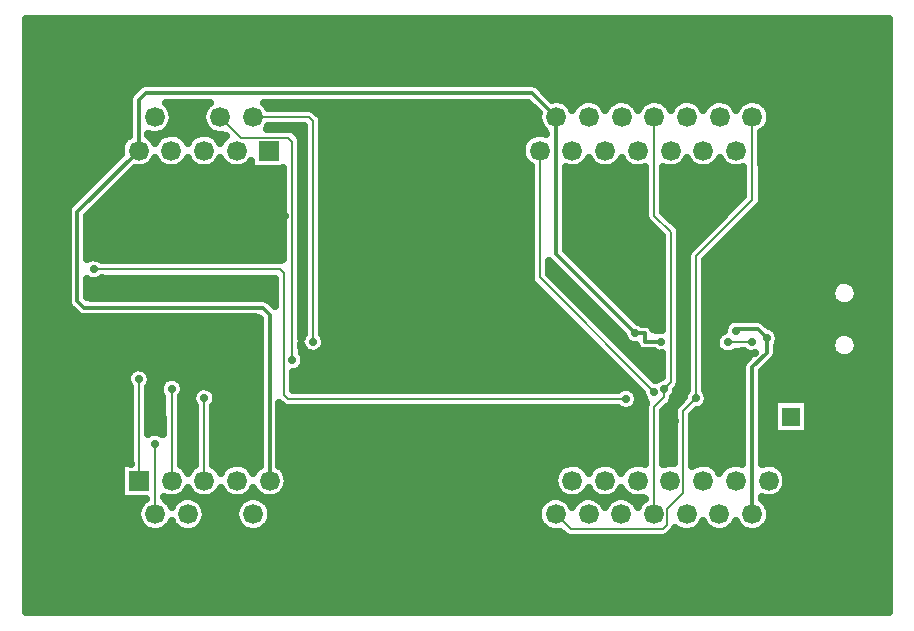
<source format=gbr>
G04 DipTrace 2.4.0.2*
%INBottom.gbr*%
%MOIN*%
%ADD13C,0.0118*%
%ADD14C,0.0079*%
%ADD15C,0.025*%
%ADD18R,0.063X0.063*%
%ADD19C,0.063*%
%ADD24R,0.0665X0.0665*%
%ADD26C,0.0665*%
%ADD27C,0.1874*%
%ADD28C,0.189*%
%ADD34C,0.0276*%
%FSLAX44Y44*%
G04*
G70*
G90*
G75*
G01*
%LNBottom*%
%LPD*%
X24302Y11411D2*
D14*
X13051D1*
X12913Y11549D1*
Y15590D1*
X12776Y15727D1*
X6574D1*
X28526Y20805D2*
Y18044D1*
X26645Y16163D1*
Y11431D1*
X26221Y11008D1*
Y8273D1*
X25676Y7727D1*
Y7217D1*
X25538Y7079D1*
X22464D1*
X21973Y7569D1*
X25245D2*
Y11125D1*
X25582Y11462D1*
Y11746D1*
X25818Y11982D1*
Y16959D1*
X25254Y17523D1*
Y20805D1*
X25247Y11648D2*
X21437Y15458D1*
Y19687D1*
X13189Y12691D2*
Y19980D1*
X13051Y20118D1*
X11475D1*
X10788Y20805D1*
X13882Y13321D2*
Y20667D1*
X13744Y20805D1*
X11879D1*
X8075Y8687D2*
Y12061D1*
X9165Y8687D2*
Y11746D1*
X10256Y8687D2*
Y11431D1*
X8620Y7569D2*
Y9915D1*
X28516Y13293D2*
X27706D1*
X25470Y13321D2*
D13*
X24932D1*
Y13596D1*
X24617D1*
X8062Y19687D2*
X6023Y17648D1*
Y14686D1*
X6259Y14449D1*
X12201D1*
X12437Y14213D1*
Y8687D1*
X21982Y20805D2*
X21183Y21604D1*
X8298D1*
X8062Y21368D1*
Y19687D1*
X24617Y13596D2*
X21982Y16231D1*
Y20805D1*
X29011Y13435D2*
Y12954D1*
X28517Y12460D1*
Y7569D1*
X27984Y13687D2*
X28047Y13750D1*
X28696D1*
X29011Y13435D1*
D34*
X10872Y14938D3*
X8997D3*
Y18126D3*
Y16126D3*
X12562Y14937D3*
X12123Y16126D3*
X10497Y18876D3*
X12873Y16439D3*
X12935Y17501D3*
X11623Y18876D3*
X12748D3*
X13560Y18064D3*
X16623Y15001D3*
X15935Y14563D3*
X15248Y14126D3*
X13560Y16939D3*
X21749Y12376D3*
X17873D3*
X13623D3*
X11935D3*
X8560D3*
X8622Y11438D3*
Y10438D3*
X9685Y11313D3*
Y10438D3*
X10685Y10750D3*
X11998D3*
X12935Y10625D3*
X17998D3*
X22936D3*
X6434Y16876D3*
X8997Y13438D3*
X11998D3*
X13498D3*
Y14813D3*
X24936Y14626D3*
X26187Y14938D3*
Y14063D3*
X26937Y12438D3*
X28624Y12938D3*
X27749Y10625D3*
X25937Y10688D3*
X22374Y18001D3*
X24874D3*
X24374Y15563D3*
X13560Y15813D3*
X4309Y24064D3*
X33062D3*
Y4312D3*
X4309D3*
X7810Y9250D3*
X25624Y18001D3*
X27999D3*
X25749Y9625D3*
X7872Y7375D3*
X6997Y8500D3*
X23561Y11751D3*
X24061Y13501D3*
X25499Y12501D3*
X6574Y15727D3*
X24302Y11411D3*
X26645Y11431D3*
X25582Y11746D3*
X25247Y11648D3*
X13189Y12691D3*
X13882Y13321D3*
X8075Y12061D3*
X9165Y11746D3*
X10256Y11431D3*
X8620Y9915D3*
X27706Y13293D3*
X28516D3*
X27984Y13687D3*
X29011Y13435D3*
X25470Y13321D3*
X24617Y13596D3*
X4337Y23813D2*
D15*
X33039D1*
X4337Y23565D2*
X33039D1*
X4337Y23316D2*
X33039D1*
X4337Y23067D2*
X33039D1*
X4337Y22819D2*
X33039D1*
X4337Y22570D2*
X33039D1*
X4337Y22321D2*
X33039D1*
X4337Y22073D2*
X33039D1*
X4337Y21824D2*
X8035D1*
X21448D2*
X33039D1*
X4337Y21575D2*
X7789D1*
X21694D2*
X33039D1*
X4337Y21326D2*
X7715D1*
X22300D2*
X22758D1*
X23390D2*
X23848D1*
X24480D2*
X24937D1*
X25569D2*
X26027D1*
X26663D2*
X27117D1*
X27753D2*
X28207D1*
X28843D2*
X33039D1*
X4337Y21078D2*
X7715D1*
X9163D2*
X10230D1*
X13905D2*
X21226D1*
X29081D2*
X33039D1*
X4337Y20829D2*
X7715D1*
X9230D2*
X10168D1*
X14163D2*
X21359D1*
X29148D2*
X33039D1*
X4337Y20580D2*
X7715D1*
X9187D2*
X10211D1*
X14210D2*
X21402D1*
X29105D2*
X33039D1*
X4337Y20332D2*
X7715D1*
X8995D2*
X10398D1*
X13292D2*
X13551D1*
X14210D2*
X21594D1*
X28913D2*
X33039D1*
X4337Y20083D2*
X7590D1*
X8534D2*
X8680D1*
X9624D2*
X9770D1*
X10714D2*
X10862D1*
X14210D2*
X20965D1*
X28855D2*
X33039D1*
X4337Y19834D2*
X7457D1*
X14210D2*
X20832D1*
X28855D2*
X33039D1*
X4337Y19586D2*
X7449D1*
X14210D2*
X20824D1*
X28855D2*
X33039D1*
X4337Y19337D2*
X7230D1*
X14210D2*
X20930D1*
X28855D2*
X33039D1*
X4337Y19088D2*
X6980D1*
X7944D2*
X12859D1*
X14210D2*
X21109D1*
X22331D2*
X24926D1*
X25581D2*
X28195D1*
X28855D2*
X33039D1*
X4337Y18840D2*
X6730D1*
X7698D2*
X12859D1*
X14210D2*
X21109D1*
X22331D2*
X24926D1*
X25581D2*
X28195D1*
X28855D2*
X33039D1*
X4337Y18591D2*
X6484D1*
X7448D2*
X12859D1*
X14210D2*
X21109D1*
X22331D2*
X24926D1*
X25581D2*
X28195D1*
X28855D2*
X33039D1*
X4337Y18342D2*
X6234D1*
X7198D2*
X12859D1*
X14210D2*
X21109D1*
X22331D2*
X24926D1*
X25581D2*
X28195D1*
X28855D2*
X33039D1*
X4337Y18094D2*
X5984D1*
X6952D2*
X12859D1*
X14210D2*
X21109D1*
X22331D2*
X24926D1*
X25581D2*
X28121D1*
X28855D2*
X33039D1*
X4337Y17845D2*
X5742D1*
X6702D2*
X12859D1*
X14210D2*
X21109D1*
X22331D2*
X24926D1*
X25581D2*
X27871D1*
X28780D2*
X33039D1*
X4337Y17596D2*
X5676D1*
X6452D2*
X12859D1*
X14210D2*
X21109D1*
X22331D2*
X24926D1*
X25636D2*
X27621D1*
X28534D2*
X33039D1*
X4337Y17347D2*
X5676D1*
X6370D2*
X12859D1*
X14210D2*
X21109D1*
X22331D2*
X24980D1*
X25886D2*
X27375D1*
X28284D2*
X33039D1*
X4337Y17099D2*
X5676D1*
X6370D2*
X12859D1*
X14210D2*
X21109D1*
X22331D2*
X25223D1*
X26112D2*
X27125D1*
X28034D2*
X33039D1*
X4337Y16850D2*
X5676D1*
X6370D2*
X12859D1*
X14210D2*
X21109D1*
X22331D2*
X25473D1*
X26148D2*
X26875D1*
X27788D2*
X33039D1*
X4337Y16601D2*
X5676D1*
X6370D2*
X12859D1*
X14210D2*
X21109D1*
X22331D2*
X25488D1*
X26148D2*
X26629D1*
X27538D2*
X33039D1*
X4337Y16353D2*
X5676D1*
X6370D2*
X12859D1*
X14210D2*
X21109D1*
X22343D2*
X25488D1*
X26148D2*
X26383D1*
X27288D2*
X33039D1*
X4337Y16104D2*
X5676D1*
X6741D2*
X12859D1*
X14210D2*
X21109D1*
X22593D2*
X25488D1*
X26148D2*
X26316D1*
X27042D2*
X33039D1*
X4337Y15855D2*
X5676D1*
X14210D2*
X21109D1*
X22843D2*
X25488D1*
X26148D2*
X26316D1*
X26976D2*
X33039D1*
X4337Y15607D2*
X5676D1*
X14210D2*
X21109D1*
X21765D2*
X22125D1*
X23089D2*
X25488D1*
X26148D2*
X26316D1*
X26976D2*
X33039D1*
X4337Y15358D2*
X5676D1*
X6757D2*
X12586D1*
X14210D2*
X21125D1*
X21991D2*
X22371D1*
X23339D2*
X25488D1*
X26148D2*
X26316D1*
X26976D2*
X31453D1*
X31733D2*
X33039D1*
X4337Y15109D2*
X5676D1*
X6370D2*
X12586D1*
X14210D2*
X21332D1*
X22241D2*
X22621D1*
X23589D2*
X25488D1*
X26148D2*
X26316D1*
X26976D2*
X31164D1*
X32023D2*
X33039D1*
X4337Y14861D2*
X5676D1*
X6370D2*
X12586D1*
X14210D2*
X21578D1*
X22491D2*
X22871D1*
X23835D2*
X25488D1*
X26148D2*
X26316D1*
X26976D2*
X31133D1*
X32054D2*
X33039D1*
X4337Y14612D2*
X5683D1*
X14210D2*
X21828D1*
X22737D2*
X23117D1*
X24085D2*
X25488D1*
X26148D2*
X26316D1*
X26976D2*
X31262D1*
X31925D2*
X33039D1*
X4337Y14363D2*
X5863D1*
X14210D2*
X22078D1*
X22987D2*
X23367D1*
X24335D2*
X25488D1*
X26148D2*
X26316D1*
X26976D2*
X33039D1*
X4337Y14115D2*
X12051D1*
X14210D2*
X22324D1*
X23237D2*
X23617D1*
X24581D2*
X25488D1*
X26148D2*
X26316D1*
X26976D2*
X33039D1*
X4337Y13866D2*
X12090D1*
X14210D2*
X22574D1*
X23483D2*
X23863D1*
X25136D2*
X25488D1*
X26148D2*
X26316D1*
X26976D2*
X27598D1*
X29062D2*
X33039D1*
X4337Y13617D2*
X12090D1*
X14210D2*
X22824D1*
X23733D2*
X24113D1*
X26148D2*
X26316D1*
X26976D2*
X27441D1*
X29394D2*
X31426D1*
X31761D2*
X33039D1*
X4337Y13368D2*
X12090D1*
X14308D2*
X23070D1*
X23983D2*
X24262D1*
X26148D2*
X26316D1*
X26976D2*
X27285D1*
X29433D2*
X31160D1*
X32026D2*
X33039D1*
X4337Y13120D2*
X12090D1*
X14257D2*
X23320D1*
X24230D2*
X24652D1*
X26148D2*
X26316D1*
X26976D2*
X27316D1*
X29358D2*
X31133D1*
X32054D2*
X33039D1*
X4337Y12871D2*
X12090D1*
X13573D2*
X23570D1*
X24480D2*
X25488D1*
X26148D2*
X26316D1*
X26976D2*
X28445D1*
X29351D2*
X31273D1*
X31913D2*
X33039D1*
X4337Y12622D2*
X12090D1*
X13612D2*
X23816D1*
X24730D2*
X25488D1*
X26148D2*
X26316D1*
X26976D2*
X28211D1*
X29163D2*
X33039D1*
X4337Y12374D2*
X7797D1*
X8355D2*
X12090D1*
X13460D2*
X24066D1*
X24976D2*
X25488D1*
X26148D2*
X26316D1*
X26976D2*
X28168D1*
X28913D2*
X33039D1*
X4337Y12125D2*
X7652D1*
X8499D2*
X9004D1*
X9327D2*
X12090D1*
X13241D2*
X24316D1*
X25226D2*
X25422D1*
X26148D2*
X26316D1*
X26976D2*
X28168D1*
X28866D2*
X33039D1*
X4337Y11876D2*
X7691D1*
X8456D2*
X8758D1*
X9569D2*
X12090D1*
X13241D2*
X24562D1*
X26128D2*
X26316D1*
X26976D2*
X28168D1*
X28866D2*
X33039D1*
X4337Y11628D2*
X7746D1*
X8405D2*
X8754D1*
X9573D2*
X9879D1*
X10632D2*
X12090D1*
X24667D2*
X24812D1*
X25991D2*
X26269D1*
X27023D2*
X28168D1*
X28866D2*
X33039D1*
X4337Y11379D2*
X7746D1*
X8405D2*
X8836D1*
X9495D2*
X9832D1*
X10679D2*
X12090D1*
X24730D2*
X24922D1*
X25898D2*
X26137D1*
X27069D2*
X28168D1*
X28866D2*
X29207D1*
X30417D2*
X33039D1*
X4337Y11130D2*
X7746D1*
X8405D2*
X8836D1*
X9495D2*
X9926D1*
X10585D2*
X12090D1*
X24616D2*
X24918D1*
X25706D2*
X25918D1*
X26937D2*
X28168D1*
X28866D2*
X29207D1*
X30417D2*
X33039D1*
X4337Y10882D2*
X7746D1*
X8405D2*
X8836D1*
X9495D2*
X9926D1*
X10585D2*
X12090D1*
X12784D2*
X24918D1*
X25573D2*
X25891D1*
X26550D2*
X28168D1*
X28866D2*
X29207D1*
X30417D2*
X33039D1*
X4337Y10633D2*
X7746D1*
X8405D2*
X8836D1*
X9495D2*
X9926D1*
X10585D2*
X12090D1*
X12784D2*
X24918D1*
X25573D2*
X25891D1*
X26550D2*
X28168D1*
X28866D2*
X29207D1*
X30417D2*
X33039D1*
X4337Y10384D2*
X7746D1*
X8405D2*
X8836D1*
X9495D2*
X9926D1*
X10585D2*
X12090D1*
X12784D2*
X24918D1*
X25573D2*
X25891D1*
X26550D2*
X28168D1*
X28866D2*
X29207D1*
X30417D2*
X33039D1*
X4337Y10135D2*
X7746D1*
X9495D2*
X9926D1*
X10585D2*
X12090D1*
X12784D2*
X24918D1*
X25573D2*
X25891D1*
X26550D2*
X28168D1*
X28866D2*
X33039D1*
X4337Y9887D2*
X7746D1*
X9495D2*
X9926D1*
X10585D2*
X12090D1*
X12784D2*
X24918D1*
X25573D2*
X25891D1*
X26550D2*
X28168D1*
X28866D2*
X33039D1*
X4337Y9638D2*
X7746D1*
X9495D2*
X9926D1*
X10585D2*
X12090D1*
X12784D2*
X24918D1*
X25573D2*
X25891D1*
X26550D2*
X28168D1*
X28866D2*
X33039D1*
X4337Y9389D2*
X7746D1*
X9495D2*
X9926D1*
X10585D2*
X12090D1*
X12784D2*
X24918D1*
X25573D2*
X25891D1*
X26550D2*
X28168D1*
X28866D2*
X33039D1*
X4337Y9141D2*
X7453D1*
X9577D2*
X9844D1*
X10671D2*
X10933D1*
X11761D2*
X12023D1*
X12851D2*
X22105D1*
X22933D2*
X23195D1*
X24023D2*
X24285D1*
X27296D2*
X27558D1*
X29476D2*
X33039D1*
X4337Y8892D2*
X7453D1*
X13023D2*
X21933D1*
X29648D2*
X33039D1*
X4337Y8643D2*
X7453D1*
X13058D2*
X21898D1*
X29683D2*
X33039D1*
X4337Y8395D2*
X7453D1*
X12983D2*
X21973D1*
X29608D2*
X33039D1*
X4337Y8146D2*
X7453D1*
X10534D2*
X11066D1*
X12714D2*
X21793D1*
X29339D2*
X33039D1*
X4337Y7897D2*
X8098D1*
X10233D2*
X11367D1*
X12417D2*
X21449D1*
X29042D2*
X33039D1*
X4337Y7649D2*
X8004D1*
X10327D2*
X11273D1*
X12507D2*
X21355D1*
X29132D2*
X33039D1*
X4337Y7400D2*
X8023D1*
X10308D2*
X11293D1*
X12491D2*
X21375D1*
X29116D2*
X33039D1*
X4337Y7151D2*
X8168D1*
X9073D2*
X9258D1*
X10163D2*
X11441D1*
X12343D2*
X21519D1*
X26788D2*
X26973D1*
X27878D2*
X28066D1*
X28968D2*
X33039D1*
X4337Y6903D2*
X22183D1*
X25816D2*
X33039D1*
X4337Y6654D2*
X33039D1*
X4337Y6405D2*
X33039D1*
X4337Y6156D2*
X33039D1*
X4337Y5908D2*
X33039D1*
X4337Y5659D2*
X33039D1*
X4337Y5410D2*
X33039D1*
X4337Y5162D2*
X33039D1*
X4337Y4913D2*
X33039D1*
X4337Y4664D2*
X33039D1*
X4337Y4416D2*
X33039D1*
X29357Y11393D2*
X30392D1*
Y10233D1*
X29232D1*
Y11393D1*
X29357D1*
X32018Y13076D2*
X31967Y12962D1*
X31886Y12867D1*
X31782Y12799D1*
X31663Y12762D1*
X31538Y12760D1*
X31418Y12793D1*
X31312Y12858D1*
X31228Y12951D1*
X31173Y13062D1*
X31152Y13185D1*
X31165Y13309D1*
X31213Y13424D1*
X31291Y13521D1*
X31393Y13593D1*
X31511Y13633D1*
X31635Y13639D1*
X31756Y13610D1*
X31865Y13548D1*
X31951Y13459D1*
X32009Y13349D1*
X32036Y13199D1*
X32018Y13076D1*
Y14808D2*
X31967Y14694D1*
X31886Y14600D1*
X31782Y14531D1*
X31663Y14495D1*
X31538Y14493D1*
X31418Y14526D1*
X31312Y14591D1*
X31228Y14683D1*
X31173Y14795D1*
X31152Y14917D1*
X31165Y15041D1*
X31213Y15156D1*
X31291Y15254D1*
X31393Y15325D1*
X31511Y15366D1*
X31635Y15371D1*
X31756Y15342D1*
X31865Y15281D1*
X31951Y15191D1*
X32009Y15081D1*
X32036Y14931D1*
X32018Y14808D1*
X7602Y9285D2*
X7770D1*
X7771Y11800D1*
X7696Y11924D1*
X7672Y12046D1*
X7687Y12170D1*
X7739Y12283D1*
X7822Y12375D1*
X7930Y12437D1*
X8052Y12463D1*
X8176Y12451D1*
X8290Y12401D1*
X8384Y12319D1*
X8448Y12213D1*
X8478Y12061D1*
X8458Y11938D1*
X8402Y11827D1*
X8378Y11802D1*
X8379Y10237D1*
X8476Y10291D1*
X8597Y10318D1*
X8721Y10305D1*
X8835Y10256D1*
X8862Y10233D1*
X8861Y11480D1*
X8787Y11609D1*
X8763Y11731D1*
X8778Y11855D1*
X8829Y11968D1*
X8913Y12060D1*
X9021Y12122D1*
X9143Y12148D1*
X9266Y12136D1*
X9381Y12086D1*
X9474Y12004D1*
X9538Y11898D1*
X9568Y11746D1*
X9549Y11623D1*
X9493Y11512D1*
X9468Y11487D1*
X9470Y9203D1*
X9562Y9134D1*
X9646Y9042D1*
X9711Y8930D1*
X9771Y9036D1*
X9854Y9129D1*
X9951Y9201D1*
X9952Y11167D1*
X9877Y11294D1*
X9853Y11416D1*
X9868Y11540D1*
X9920Y11653D1*
X10004Y11745D1*
X10111Y11807D1*
X10233Y11833D1*
X10357Y11821D1*
X10471Y11771D1*
X10565Y11689D1*
X10629Y11583D1*
X10659Y11431D1*
X10639Y11308D1*
X10583Y11197D1*
X10559Y11172D1*
X10560Y9201D1*
X10653Y9134D1*
X10737Y9042D1*
X10801Y8930D1*
X10861Y9036D1*
X10944Y9129D1*
X11045Y9203D1*
X11159Y9254D1*
X11280Y9281D1*
X11405Y9282D1*
X11527Y9257D1*
X11642Y9207D1*
X11743Y9134D1*
X11827Y9042D1*
X11892Y8930D1*
X11952Y9036D1*
X12035Y9129D1*
X12113Y9187D1*
Y14082D1*
X11951Y14125D1*
X6259D1*
X6137Y14149D1*
X6030Y14220D1*
X5794Y14456D1*
X5724Y14560D1*
X5699Y14686D1*
Y17648D1*
X5722Y17770D1*
X5794Y17877D1*
X7476Y19559D1*
X7464Y19685D1*
X7477Y19809D1*
X7515Y19928D1*
X7577Y20036D1*
X7660Y20129D1*
X7738Y20187D1*
Y21368D1*
X7762Y21490D1*
X7833Y21597D1*
X8069Y21833D1*
X8172Y21903D1*
X8298Y21928D1*
X21183D1*
X21305Y21904D1*
X21412Y21833D1*
X21857Y21389D1*
X21916Y21399D1*
X22041Y21400D1*
X22163Y21375D1*
X22278Y21325D1*
X22379Y21252D1*
X22463Y21160D1*
X22528Y21049D1*
X22588Y21154D1*
X22671Y21247D1*
X22771Y21321D1*
X22885Y21372D1*
X23007Y21399D1*
X23132Y21400D1*
X23254Y21375D1*
X23368Y21325D1*
X23470Y21252D1*
X23554Y21160D1*
X23618Y21049D1*
X23678Y21154D1*
X23761Y21247D1*
X23862Y21321D1*
X23975Y21372D1*
X24097Y21399D1*
X24222Y21400D1*
X24344Y21375D1*
X24459Y21325D1*
X24560Y21252D1*
X24644Y21160D1*
X24709Y21049D1*
X24769Y21154D1*
X24852Y21247D1*
X24952Y21321D1*
X25066Y21372D1*
X25188Y21399D1*
X25313Y21400D1*
X25435Y21375D1*
X25549Y21325D1*
X25651Y21252D1*
X25735Y21160D1*
X25799Y21049D1*
X25859Y21154D1*
X25942Y21247D1*
X26043Y21321D1*
X26157Y21372D1*
X26278Y21399D1*
X26403Y21400D1*
X26525Y21375D1*
X26640Y21325D1*
X26741Y21252D1*
X26825Y21160D1*
X26890Y21049D1*
X26950Y21154D1*
X27033Y21247D1*
X27133Y21321D1*
X27247Y21372D1*
X27369Y21399D1*
X27494Y21400D1*
X27616Y21375D1*
X27730Y21325D1*
X27832Y21252D1*
X27916Y21160D1*
X27980Y21049D1*
X28040Y21154D1*
X28123Y21247D1*
X28224Y21321D1*
X28338Y21372D1*
X28460Y21399D1*
X28584Y21400D1*
X28707Y21375D1*
X28821Y21325D1*
X28922Y21252D1*
X29006Y21160D1*
X29070Y21052D1*
X29109Y20934D1*
X29123Y20805D1*
X29110Y20681D1*
X29072Y20562D1*
X29009Y20454D1*
X28926Y20361D1*
X28828Y20290D1*
X28830Y18044D1*
X28802Y17919D1*
X28741Y17829D1*
X26948Y16036D1*
X26949Y11698D1*
X27018Y11583D1*
X27047Y11431D1*
X27028Y11308D1*
X26972Y11197D1*
X26885Y11108D1*
X26775Y11050D1*
X26679Y11033D1*
X26526Y10882D1*
Y9168D1*
X26579Y9203D1*
X26693Y9254D1*
X26815Y9281D1*
X26940Y9282D1*
X27062Y9257D1*
X27176Y9207D1*
X27278Y9134D1*
X27362Y9042D1*
X27426Y8930D1*
X27486Y9036D1*
X27569Y9129D1*
X27670Y9203D1*
X27784Y9254D1*
X27905Y9281D1*
X28030Y9282D1*
X28152Y9257D1*
X28192Y9239D1*
X28193Y12460D1*
X28217Y12582D1*
X28288Y12689D1*
X28489Y12890D1*
X28400Y12908D1*
X28288Y12961D1*
X28256Y12991D1*
X27973Y12989D1*
X27836Y12912D1*
X27713Y12891D1*
X27590Y12908D1*
X27478Y12961D1*
X27387Y13047D1*
X27327Y13156D1*
X27303Y13278D1*
X27318Y13402D1*
X27370Y13515D1*
X27453Y13607D1*
X27580Y13673D1*
X27596Y13795D1*
X27648Y13909D1*
X27732Y14001D1*
X27840Y14063D1*
X27961Y14089D1*
X28172Y14074D1*
X28696D1*
X28818Y14050D1*
X28925Y13979D1*
X29072Y13833D1*
X29112Y13825D1*
X29226Y13775D1*
X29320Y13693D1*
X29384Y13587D1*
X29414Y13435D1*
X29395Y13312D1*
X29335Y13185D1*
Y12954D1*
X29311Y12832D1*
X29240Y12725D1*
X28840Y12325D1*
X28841Y9245D1*
X28996Y9281D1*
X29121Y9282D1*
X29243Y9257D1*
X29357Y9207D1*
X29459Y9134D1*
X29543Y9042D1*
X29606Y8934D1*
X29646Y8816D1*
X29660Y8687D1*
X29647Y8563D1*
X29608Y8444D1*
X29546Y8336D1*
X29462Y8243D1*
X29362Y8170D1*
X29248Y8119D1*
X29126Y8093D1*
X29001D1*
X28879Y8118D1*
X28839Y8136D1*
X28841Y8073D1*
X28913Y8016D1*
X28998Y7924D1*
X29061Y7816D1*
X29100Y7698D1*
X29114Y7569D1*
X29101Y7445D1*
X29063Y7326D1*
X29000Y7218D1*
X28917Y7125D1*
X28816Y7052D1*
X28702Y7001D1*
X28580Y6975D1*
X28456Y6974D1*
X28333Y7000D1*
X28219Y7051D1*
X28118Y7124D1*
X28034Y7216D1*
X27970Y7328D1*
X27910Y7218D1*
X27827Y7125D1*
X27726Y7052D1*
X27612Y7001D1*
X27490Y6975D1*
X27365Y6974D1*
X27243Y7000D1*
X27129Y7051D1*
X27028Y7124D1*
X26944Y7216D1*
X26880Y7328D1*
X26819Y7218D1*
X26736Y7125D1*
X26635Y7052D1*
X26521Y7001D1*
X26399Y6975D1*
X26274Y6974D1*
X26152Y7000D1*
X26038Y7051D1*
X25959Y7108D1*
X25940Y7066D1*
X25891Y7001D1*
X25754Y6864D1*
X25646Y6795D1*
X25538Y6774D1*
X22464D1*
X22339Y6802D1*
X22248Y6864D1*
X22124Y6988D1*
X22037Y6975D1*
X21912Y6974D1*
X21790Y7000D1*
X21676Y7051D1*
X21575Y7124D1*
X21491Y7216D1*
X21428Y7324D1*
X21389Y7442D1*
X21376Y7566D1*
X21388Y7691D1*
X21426Y7809D1*
X21488Y7918D1*
X21571Y8011D1*
X21672Y8085D1*
X21786Y8136D1*
X21907Y8163D1*
X22032Y8164D1*
X22154Y8138D1*
X22269Y8088D1*
X22370Y8016D1*
X22454Y7924D1*
X22519Y7812D1*
X22579Y7918D1*
X22662Y8011D1*
X22762Y8085D1*
X22876Y8136D1*
X22998Y8163D1*
X23123Y8164D1*
X23245Y8138D1*
X23359Y8088D1*
X23461Y8016D1*
X23545Y7924D1*
X23609Y7812D1*
X23669Y7918D1*
X23752Y8011D1*
X23853Y8085D1*
X23967Y8136D1*
X24089Y8163D1*
X24213Y8164D1*
X24336Y8138D1*
X24450Y8088D1*
X24551Y8016D1*
X24635Y7924D1*
X24700Y7812D1*
X24760Y7918D1*
X24843Y8011D1*
X24940Y8083D1*
X24885Y8119D1*
X24763Y8093D1*
X24639D1*
X24517Y8118D1*
X24402Y8169D1*
X24301Y8242D1*
X24217Y8334D1*
X24154Y8446D1*
X24093Y8336D1*
X24010Y8243D1*
X23909Y8170D1*
X23795Y8119D1*
X23673Y8093D1*
X23548D1*
X23426Y8118D1*
X23312Y8169D1*
X23211Y8242D1*
X23127Y8334D1*
X23063Y8446D1*
X23002Y8336D1*
X22919Y8243D1*
X22818Y8170D1*
X22704Y8119D1*
X22582Y8093D1*
X22458D1*
X22335Y8118D1*
X22221Y8169D1*
X22120Y8242D1*
X22036Y8334D1*
X21974Y8442D1*
X21935Y8561D1*
X21921Y8685D1*
X21934Y8809D1*
X21972Y8928D1*
X22034Y9036D1*
X22117Y9129D1*
X22217Y9203D1*
X22331Y9254D1*
X22453Y9281D1*
X22577Y9282D1*
X22700Y9257D1*
X22814Y9207D1*
X22915Y9134D1*
X23000Y9042D1*
X23064Y8930D1*
X23124Y9036D1*
X23207Y9129D1*
X23308Y9203D1*
X23421Y9254D1*
X23543Y9281D1*
X23668Y9282D1*
X23790Y9257D1*
X23905Y9207D1*
X24006Y9134D1*
X24090Y9042D1*
X24155Y8930D1*
X24215Y9036D1*
X24298Y9129D1*
X24398Y9203D1*
X24512Y9254D1*
X24634Y9281D1*
X24759Y9282D1*
X24881Y9257D1*
X24942Y9230D1*
X24941Y11125D1*
X24968Y11250D1*
X24982Y11278D1*
X24868Y11511D1*
X24848Y11614D1*
X21222Y15243D1*
X21153Y15351D1*
X21133Y15458D1*
Y19173D1*
X21038Y19242D1*
X20955Y19334D1*
X20892Y19442D1*
X20853Y19561D1*
X20839Y19685D1*
X20852Y19809D1*
X20890Y19928D1*
X20952Y20036D1*
X21035Y20129D1*
X21135Y20203D1*
X21249Y20254D1*
X21371Y20281D1*
X21496Y20282D1*
X21618Y20257D1*
X21657Y20239D1*
X21584Y20360D1*
X21500Y20452D1*
X21437Y20560D1*
X21398Y20679D1*
X21385Y20803D1*
X21398Y20931D1*
X21049Y21280D1*
X12242D1*
X12360Y21160D1*
X12389Y21109D1*
X13744D1*
X13869Y21082D1*
X13959Y21020D1*
X14097Y20882D1*
X14166Y20775D1*
X14186Y20667D1*
X14191Y13579D1*
X14255Y13472D1*
X14284Y13321D1*
X14265Y13198D1*
X14209Y13087D1*
X14122Y12998D1*
X14012Y12940D1*
X13889Y12918D1*
X13766Y12935D1*
X13654Y12989D1*
X13563Y13074D1*
X13503Y13184D1*
X13494Y13233D1*
X13498Y12949D1*
X13562Y12842D1*
X13592Y12691D1*
X13572Y12568D1*
X13517Y12457D1*
X13429Y12368D1*
X13319Y12310D1*
X13216Y12292D1*
X13218Y11718D1*
X14551Y11716D1*
X24039D1*
X24158Y11787D1*
X24279Y11813D1*
X24403Y11801D1*
X24518Y11752D1*
X24611Y11670D1*
X24675Y11563D1*
X24705Y11411D1*
X24686Y11288D1*
X24630Y11177D1*
X24543Y11088D1*
X24432Y11030D1*
X24310Y11009D1*
X24186Y11026D1*
X24074Y11079D1*
X24043Y11109D1*
X17802Y11107D1*
X13051D1*
X12926Y11135D1*
X12836Y11196D1*
X12761Y11271D1*
Y9186D1*
X12834Y9134D1*
X12918Y9042D1*
X12981Y8934D1*
X13021Y8816D1*
X13035Y8687D1*
X13022Y8563D1*
X12983Y8444D1*
X12921Y8336D1*
X12837Y8243D1*
X12736Y8170D1*
X12623Y8119D1*
X12501Y8093D1*
X12376D1*
X12254Y8118D1*
X12140Y8169D1*
X12038Y8242D1*
X11955Y8334D1*
X11891Y8446D1*
X11830Y8336D1*
X11747Y8243D1*
X11646Y8170D1*
X11532Y8119D1*
X11410Y8093D1*
X11285D1*
X11163Y8118D1*
X11049Y8169D1*
X10948Y8242D1*
X10864Y8334D1*
X10800Y8446D1*
X10740Y8336D1*
X10656Y8243D1*
X10555Y8170D1*
X10441Y8119D1*
X10319Y8093D1*
X10195D1*
X10073Y8118D1*
X9958Y8169D1*
X9857Y8242D1*
X9774Y8334D1*
X9710Y8446D1*
X9649Y8336D1*
X9566Y8243D1*
X9465Y8170D1*
X9351Y8119D1*
X9229Y8093D1*
X9104D1*
X8982Y8118D1*
X8921Y8145D1*
X9017Y8016D1*
X9101Y7924D1*
X9165Y7812D1*
X9225Y7918D1*
X9308Y8011D1*
X9409Y8085D1*
X9523Y8136D1*
X9645Y8163D1*
X9769Y8164D1*
X9892Y8138D1*
X10006Y8088D1*
X10107Y8016D1*
X10192Y7924D1*
X10255Y7816D1*
X10294Y7698D1*
X10308Y7569D1*
X10295Y7445D1*
X10257Y7326D1*
X10194Y7218D1*
X10111Y7125D1*
X10010Y7052D1*
X9896Y7001D1*
X9774Y6975D1*
X9649Y6974D1*
X9527Y7000D1*
X9413Y7051D1*
X9312Y7124D1*
X9228Y7216D1*
X9164Y7328D1*
X9104Y7218D1*
X9020Y7125D1*
X8920Y7052D1*
X8806Y7001D1*
X8684Y6975D1*
X8559Y6974D1*
X8437Y7000D1*
X8323Y7051D1*
X8222Y7124D1*
X8138Y7216D1*
X8075Y7324D1*
X8036Y7442D1*
X8022Y7566D1*
X8035Y7691D1*
X8073Y7809D1*
X8135Y7918D1*
X8218Y8011D1*
X8315Y8083D1*
X8172Y8089D1*
X7477D1*
Y9285D1*
X7602D1*
X12476Y7445D2*
X12438Y7326D1*
X12375Y7218D1*
X12292Y7125D1*
X12191Y7052D1*
X12077Y7001D1*
X11955Y6975D1*
X11831Y6974D1*
X11708Y7000D1*
X11594Y7051D1*
X11493Y7124D1*
X11409Y7216D1*
X11347Y7324D1*
X11308Y7442D1*
X11294Y7566D1*
X11307Y7691D1*
X11345Y7809D1*
X11407Y7918D1*
X11490Y8011D1*
X11590Y8085D1*
X11704Y8136D1*
X11826Y8163D1*
X11951Y8164D1*
X12073Y8138D1*
X12187Y8088D1*
X12288Y8016D1*
X12373Y7924D1*
X12436Y7816D1*
X12475Y7698D1*
X12489Y7569D1*
X12476Y7445D1*
X25549Y9230D2*
X25602Y9254D1*
X25724Y9281D1*
X25849Y9282D1*
X25917Y9273D1*
Y11008D1*
X25945Y11133D1*
X26006Y11223D1*
X26241Y11458D1*
X26257Y11540D1*
X26309Y11653D1*
X26343Y11690D1*
X26340Y14806D1*
Y16163D1*
X26368Y16288D1*
X26430Y16378D1*
X28222Y18171D1*
X28221Y19142D1*
X28166Y19119D1*
X28044Y19093D1*
X27919D1*
X27797Y19118D1*
X27683Y19169D1*
X27582Y19242D1*
X27498Y19334D1*
X27434Y19446D1*
X27374Y19336D1*
X27290Y19243D1*
X27189Y19170D1*
X27075Y19119D1*
X26953Y19093D1*
X26829D1*
X26706Y19118D1*
X26592Y19169D1*
X26491Y19242D1*
X26407Y19334D1*
X26343Y19446D1*
X26283Y19336D1*
X26200Y19243D1*
X26099Y19170D1*
X25985Y19119D1*
X25863Y19093D1*
X25738D1*
X25616Y19118D1*
X25555Y19145D1*
X25558Y17930D1*
Y17653D1*
X26033Y17175D1*
X26102Y17067D1*
X26122Y16959D1*
Y11982D1*
X26095Y11858D1*
X26033Y11767D1*
X25981Y11715D1*
X25965Y11623D1*
X25909Y11512D1*
X25885Y11487D1*
X25861Y11340D1*
X25797Y11246D1*
X25551Y11001D1*
X25549Y9231D1*
X24948Y19143D2*
X24894Y19119D1*
X24772Y19093D1*
X24647D1*
X24525Y19118D1*
X24411Y19169D1*
X24310Y19242D1*
X24226Y19334D1*
X24162Y19446D1*
X24102Y19336D1*
X24018Y19243D1*
X23918Y19170D1*
X23804Y19119D1*
X23682Y19093D1*
X23557D1*
X23435Y19118D1*
X23321Y19169D1*
X23220Y19242D1*
X23136Y19334D1*
X23072Y19446D1*
X23011Y19336D1*
X22928Y19243D1*
X22827Y19170D1*
X22713Y19119D1*
X22591Y19093D1*
X22466D1*
X22344Y19118D1*
X22305Y19136D1*
X22306Y16364D1*
X24678Y13994D1*
X24718Y13986D1*
X24832Y13937D1*
X24853Y13919D1*
X24932Y13920D1*
X25054Y13897D1*
X25158Y13829D1*
X25226Y13731D1*
X25326Y13697D1*
X25448Y13723D1*
X25514Y13716D1*
Y16830D1*
X25039Y17308D1*
X24970Y17416D1*
X24950Y17523D1*
Y19137D1*
X12885Y19089D2*
X11827D1*
Y19351D1*
X11734Y19243D1*
X11633Y19170D1*
X11519Y19119D1*
X11397Y19093D1*
X11272D1*
X11150Y19118D1*
X11036Y19169D1*
X10935Y19242D1*
X10851Y19334D1*
X10787Y19446D1*
X10727Y19336D1*
X10643Y19243D1*
X10543Y19170D1*
X10429Y19119D1*
X10307Y19093D1*
X10182D1*
X10060Y19118D1*
X9946Y19169D1*
X9845Y19242D1*
X9761Y19334D1*
X9697Y19446D1*
X9636Y19336D1*
X9553Y19243D1*
X9452Y19170D1*
X9338Y19119D1*
X9216Y19093D1*
X9091D1*
X8969Y19118D1*
X8855Y19169D1*
X8754Y19242D1*
X8670Y19334D1*
X8606Y19446D1*
X8546Y19336D1*
X8462Y19243D1*
X8362Y19170D1*
X8248Y19119D1*
X8126Y19093D1*
X8001D1*
X7936Y19106D1*
X6344Y17511D1*
X6347Y16058D1*
X6429Y16103D1*
X6551Y16129D1*
X6675Y16117D1*
X6789Y16068D1*
X6833Y16029D1*
X8949Y16032D1*
X12812Y16029D1*
X12885Y16066D1*
Y19093D1*
X10789Y19931D2*
X10849Y20036D1*
X10932Y20129D1*
X10991Y20173D1*
X10852Y20211D1*
X10727D1*
X10605Y20236D1*
X10491Y20287D1*
X10390Y20360D1*
X10306Y20452D1*
X10243Y20560D1*
X10204Y20679D1*
X10191Y20803D1*
X10203Y20927D1*
X10241Y21046D1*
X10303Y21154D1*
X10386Y21247D1*
X10433Y21282D1*
X8968Y21280D1*
X9088Y21160D1*
X9151Y21052D1*
X9191Y20934D1*
X9205Y20805D1*
X9192Y20681D1*
X9153Y20562D1*
X9091Y20454D1*
X9008Y20361D1*
X8907Y20288D1*
X8793Y20237D1*
X8671Y20211D1*
X8546D1*
X8424Y20236D1*
X8385Y20254D1*
X8386Y20192D1*
X8459Y20134D1*
X8543Y20042D1*
X8607Y19930D1*
X8667Y20036D1*
X8750Y20129D1*
X8851Y20203D1*
X8965Y20254D1*
X9087Y20281D1*
X9211Y20282D1*
X9334Y20257D1*
X9448Y20207D1*
X9549Y20134D1*
X9633Y20042D1*
X9698Y19930D1*
X9758Y20036D1*
X9841Y20129D1*
X9942Y20203D1*
X10055Y20254D1*
X10177Y20281D1*
X10302Y20282D1*
X10424Y20257D1*
X10538Y20207D1*
X10640Y20134D1*
X10724Y20042D1*
X10788Y19930D1*
X12388Y20498D2*
X12334Y20422D1*
X13051D1*
X13176Y20395D1*
X13266Y20333D1*
X13404Y20195D1*
X13473Y20088D1*
X13493Y19980D1*
X13494Y13429D1*
X13546Y13543D1*
X13580Y13580D1*
X13577Y16696D1*
Y20504D1*
X12869Y20501D1*
X12396D1*
X6833Y15424D2*
X6814Y15404D1*
X6704Y15346D1*
X6581Y15325D1*
X6458Y15342D1*
X6349Y15394D1*
X6347Y14823D1*
X6509Y14773D1*
X12201D1*
X12323Y14750D1*
X12430Y14678D1*
X12608Y14500D1*
X12609Y15420D1*
X11276Y15423D1*
X6834D1*
X25316Y12045D2*
X25437Y12122D1*
X25517Y12139D1*
X25514Y12924D1*
X25478Y12918D1*
X25355Y12935D1*
X25234Y12997D1*
X24932D1*
X24810Y13021D1*
X24706Y13089D1*
X24635Y13195D1*
X24501Y13211D1*
X24389Y13265D1*
X24299Y13350D1*
X24239Y13459D1*
X24224Y13532D1*
X21751Y16005D1*
X21741Y15937D1*
Y15582D1*
X25273Y12052D1*
X32937Y24062D2*
X4312D1*
Y4312D1*
X33062D1*
Y24062D1*
X32937D1*
D18*
X29812Y10813D3*
D19*
Y9813D3*
D24*
X8075Y8687D3*
D26*
X9165D3*
X10256D3*
X11346D3*
X12437D3*
X8620Y7569D3*
X9711D3*
X10801D3*
X11892D3*
D27*
X5337Y8128D3*
X15175D3*
D24*
X21428Y8687D3*
D26*
X22519D3*
X23609D3*
X24700D3*
X25790D3*
X26881D3*
X27971D3*
X29062D3*
X21973Y7569D3*
X23064D3*
X24155D3*
X25245D3*
X26336D3*
X27426D3*
X28517D3*
D28*
X18686Y8128D3*
X31804D3*
D24*
X29071Y19687D3*
D26*
X27980D3*
X26890D3*
X25799D3*
X24709D3*
X23618D3*
X22528D3*
X21437D3*
X28526Y20805D3*
X27435D3*
X26344D3*
X25254D3*
X24163D3*
X23073D3*
X21982D3*
D28*
X31813Y20246D3*
X18695D3*
D24*
X12424Y19687D3*
D26*
X11334D3*
X10243D3*
X9153D3*
X8062D3*
X11879Y20805D3*
X10788D3*
X9698D3*
X8607D3*
D27*
X15162Y20246D3*
X5324D3*
M02*

</source>
